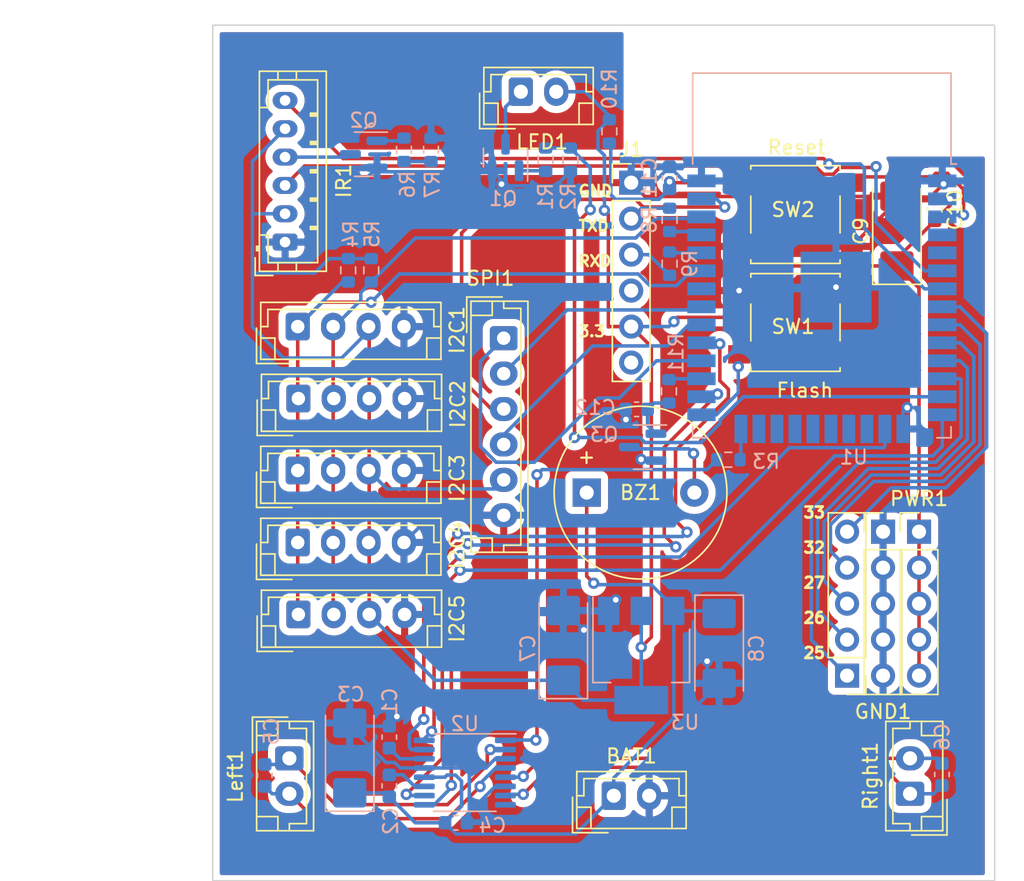
<source format=kicad_pcb>
(kicad_pcb (version 20221018) (generator pcbnew)
  (layers (0 "F.Cu" signal) (31 "B.Cu" signal) (34 "B.Paste" user) (35 "F.Paste" user) (36 "B.SilkS" user "B.Silkscreen") (37 "F.SilkS" user "F.Silkscreen") (38 "B.Mask" user) (39 "F.Mask" user) (44 "Edge.Cuts" user))
  (net 0 "")
  (net 1 "+BATT")
  (net 2 "GND")
  (net 3 "Net-(U2-VINT)")
  (net 4 "Net-(U2-VCP)")
  (net 5 "Net-(Left1-Pin_1)")
  (net 6 "Net-(Left1-Pin_2)")
  (net 7 "Net-(Right1-Pin_1)")
  (net 8 "Net-(Right1-Pin_2)")
  (net 9 "+3.3V")
  (net 10 "/A4{slash}SL")
  (net 11 "/A8{slash}SR")
  (net 12 "/SDA")
  (net 13 "/SCL")
  (net 14 "/CS")
  (net 15 "/MISO")
  (net 16 "/MOSI")
  (net 17 "/CLK")
  (net 18 "/IO25")
  (net 19 "/IO26")
  (net 20 "/IO27")
  (net 21 "/IO32")
  (net 22 "/IO33")
  (net 23 "Net-(Q1-G)")
  (net 24 "Net-(Q2-G)")
  (net 25 "/HEADLED")
  (net 26 "Net-(U1-IO2)")
  (net 27 "/M_sleep")
  (net 28 "/IRLED")
  (net 31 "/BIN1")
  (net 32 "/BIN2")
  (net 40 "/AIN1")
  (net 41 "/AIN2")
  (net 44 "Net-(U1-EN)")
  (net 45 "/IRLED-{slash}A5")
  (net 46 "Net-(LED1-Pin_1)")
  (net 47 "Net-(J1-Pin_2)")
  (net 48 "/TXD")
  (net 49 "Net-(J1-Pin_3)")
  (net 50 "/RXD")
  (net 51 "Net-(U1-IO0)")
  (net 52 "/5V")
  (net 53 "/DTR")
  (net 54 "Net-(BZ1-+)")
  (net 55 "Net-(Q3-B)")
  (net 56 "/BUZZ")
  (footprint "Buzzer_Beeper:Buzzer_12x9.5RM7.6" (layer "F.Cu") (at 126.4 93)
    (fp_text reference "BZ1")
    (fp_text value "Buzzer")
  )
  (footprint "Connector_JST:JST_EH_B6B-EH-A_1x06_P2.50mm_Vertical" (layer "F.Cu") (at 120.54 82.1 -90)
    (fp_text reference "SPI1")
    (fp_text value "Conn_01x06_Male")
  )
  (footprint "Connector_PinHeader_2.54mm:PinHeader_1x05_P2.54mm_Vertical" (layer "F.Cu") (at 149.86 95.76)
    (fp_text reference "PWR1")
    (fp_text value "Conn_01x05_Male")
  )
  (footprint "Connector_JST:JST_EH_B2B-EH-A_1x02_P2.50mm_Vertical" (layer "F.Cu") (at 121.75 64.7)
    (fp_text reference "LED1")
    (fp_text value "Conn_01x02_Male")
  )
  (footprint "Connector_JST:JST_EH_B4B-EH-A_1x04_P2.50mm_Vertical" (layer "F.Cu") (at 106 91.44)
    (fp_text reference "I2C3")
    (fp_text value "Conn_01x04_Male")
  )
  (footprint "Capacitor_SMD:C_0603_1608Metric" (layer "F.Cu") (at 150.9678 73.0375 -90)
    (fp_text reference "C10")
    (fp_text value "100n")
  )
  (footprint "Connector_JST:JST_EH_B2B-EH-A_1x02_P2.50mm_Vertical" (layer "F.Cu") (at 149.225 114.26 90)
    (fp_text reference "Right1")
    (fp_text value "Conn_01x02_Male")
  )
  (footprint "Connector_JST:JST_EH_B4B-EH-A_1x04_P2.50mm_Vertical" (layer "F.Cu") (at 106 81.28)
    (fp_text reference "I2C1")
    (fp_text value "Conn_01x04_Male")
  )
  (footprint "Connector_PinHeader_2.54mm:PinHeader_1x05_P2.54mm_Vertical" (layer "F.Cu") (at 144.78 105.92 180)
    (fp_text reference "GPIO1" hide)
    (fp_text value "Conn_01x05_Male")
  )
  (footprint "Connector_JST:JST_EH_B4B-EH-A_1x04_P2.50mm_Vertical" (layer "F.Cu") (at 106.045 101.6)
    (fp_text reference "I2C5")
    (fp_text value "Conn_01x04_Male")
  )
  (footprint "Connector_JST:JST_EH_B4B-EH-A_1x04_P2.50mm_Vertical" (layer "F.Cu") (at 106 96.52)
    (fp_text reference "I2C4")
    (fp_text value "Conn_01x04_Male")
  )
  (footprint "Capacitor_Tantalum_SMD:CP_EIA-6032-28_Kemet-C" (layer "F.Cu") (at 148.3 74.5375 90)
    (fp_text reference "C9")
    (fp_text value "10+uF")
  )
  (footprint "Connector_PinHeader_2.54mm:PinHeader_1x05_P2.54mm_Vertical" (layer "F.Cu") (at 147.32 95.76)
    (fp_text reference "GND1")
    (fp_text value "Conn_01x05_Male")
  )
  (footprint "Connector_JST:JST_PH_B6B-PH-K_1x06_P2.00mm_Vertical" (layer "F.Cu") (at 105.105 75.315 90)
    (fp_text reference "IR1")
    (fp_text value "Conn_01x06_Male")
  )
  (footprint "Button_Switch_SMD:SW_SPST_B3S-1000" (layer "F.Cu") (at 141.135 80.99 180)
    (fp_text reference "SW1")
    (fp_text value "Flash")
  )
  (footprint "Connector_PinHeader_2.54mm:PinHeader_1x06_P2.54mm_Vertical" (layer "F.Cu") (at 129.54 71.12)
    (fp_text reference "J1")
    (fp_text value "Conn_01x06")
  )
  (footprint "Connector_JST:JST_EH_B2B-EH-A_1x02_P2.50mm_Vertical" (layer "F.Cu") (at 105.41 111.76 -90)
    (fp_text reference "Left1")
    (fp_text value "Conn_01x02_Male")
  )
  (footprint "Button_Switch_SMD:SW_SPST_B3S-1000" (layer "F.Cu") (at 141.135 73.37)
    (fp_text reference "SW2")
    (fp_text value "RESET")
  )
  (footprint "Connector_JST:JST_EH_B4B-EH-A_1x04_P2.50mm_Vertical" (layer "F.Cu") (at 106.045 86.36)
    (fp_text reference "I2C2")
    (fp_text value "Conn_01x04_Male")
  )
  (footprint "Connector_JST:JST_EH_B2B-EH-A_1x02_P2.50mm_Vertical" (layer "F.Cu") (at 128.31 114.4)
    (fp_text reference "BAT1")
    (fp_text value "Battery")
  )
  (footprint "Capacitor_SMD:C_0603_1608Metric" (layer "B.Cu") (at 112.4643 110.2608 90)
    (fp_text reference "C1")
    (fp_text value "2.2uF")
  )
  (footprint "Resistor_SMD:R_0603_1608Metric" (layer "B.Cu") (at 132.25 76.835 90)
    (fp_text reference "R9")
    (fp_text value "470R")
  )
  (footprint "Package_SO:TSSOP-16_4.4x5mm_P0.65mm" (layer "B.Cu") (at 117.7975 112.765 180)
    (fp_text reference "U2")
    (fp_text value "DRV8833PW")
  )
  (footprint "Resistor_SMD:R_0603_1608Metric" (layer "B.Cu") (at 111.1886 77.309 90)
    (fp_text reference "R5")
    (fp_text value "10k")
  )
  (footprint "Capacitor_SMD:C_0603_1608Metric" (layer "B.Cu") (at 117.1757 116.306 180)
    (fp_text reference "C4")
    (fp_text value "100n")
  )
  (footprint "Resistor_SMD:R_0603_1608Metric" (layer "B.Cu") (at 132.207 85.852 -90)
    (fp_text reference "R11")
    (fp_text value "R")
  )
  (footprint "Capacitor_SMD:C_0603_1608Metric" (layer "B.Cu") (at 103.6759 112.9654 -90)
    (fp_text reference "C5")
    (fp_text value "C")
  )
  (footprint "Resistor_SMD:R_0603_1608Metric" (layer "B.Cu") (at 109.563 77.309 90)
    (fp_text reference "R4")
    (fp_text value "10k")
  )
  (footprint "Resistor_SMD:R_0603_1608Metric" (layer "B.Cu") (at 132.25 73.75 -90)
    (fp_text reference "R8")
    (fp_text value "470R")
  )
  (footprint "Package_TO_SOT_SMD:SOT-23" (layer "B.Cu") (at 130.3505 89.789 180)
    (fp_text reference "Q3")
    (fp_text value "BC817")
  )
  (footprint "Resistor_SMD:R_0603_1608Metric" (layer "B.Cu") (at 136.398 90.678 180)
    (fp_text reference "R3")
    (fp_text value "10k")
  )
  (footprint "Package_TO_SOT_SMD:SOT-223-3_TabPin2" (layer "B.Cu") (at 130.25 104.5 -90)
    (fp_text reference "U3")
    (fp_text value "LD1117S33TR_SOT223")
  )
  (footprint "Capacitor_Tantalum_SMD:CP_EIA-6032-28_Kemet-C" (layer "B.Cu") (at 124.75 103.7875 90)
    (fp_text reference "C7")
    (fp_text value "C_Polarized")
  )
  (footprint "Capacitor_SMD:C_0603_1608Metric" (layer "B.Cu") (at 151.4776 112.8976 90)
    (fp_text reference "C6")
    (fp_text value "C")
  )
  (footprint "Resistor_SMD:R_0603_1608Metric" (layer "B.Cu") (at 128 67.5 -90)
    (fp_text reference "R10")
    (fp_text value "10k")
  )
  (footprint "RF_Module:ESP32-WROOM-32" (layer "B.Cu") (at 143 79.25 180)
    (fp_text reference "U1")
    (fp_text value "ESP32-WROOM-32")
  )
  (footprint "Resistor_SMD:R_0603_1608Metric" (layer "B.Cu") (at 123.5 69.5 90)
    (fp_text reference "R1")
    (fp_text value "330R")
  )
  (footprint "Resistor_SMD:R_0603_1608Metric" (layer "B.Cu") (at 115.405 68.8 90)
    (fp_text reference "R7")
    (fp_text value "10k")
  )
  (footprint "Capacitor_SMD:C_0603_1608Metric" (layer "B.Cu") (at 132.25 70.775 -90)
    (fp_text reference "C11")
    (fp_text value "100n")
  )
  (footprint "Package_TO_SOT_SMD:SOT-23" (layer "B.Cu") (at 120.67 69.3425 90)
    (fp_text reference "Q1")
    (fp_text value "Q_NMOS_GSD")
  )
  (footprint "Capacitor_Tantalum_SMD:CP_EIA-6032-28_Kemet-C" (layer "B.Cu") (at 109.6703 111.734 90)
    (fp_text reference "C3")
    (fp_text value "10+uF")
  )
  (footprint "Resistor_SMD:R_0603_1608Metric" (layer "B.Cu") (at 113.5 68.8 -90)
    (fp_text reference "R6")
    (fp_text value "330R")
  )
  (footprint "Capacitor_SMD:C_0603_1608Metric" (layer "B.Cu") (at 129.921 87.122 180)
    (fp_text reference "C12")
    (fp_text value "C")
  )
  (footprint "Resistor_SMD:R_0603_1608Metric" (layer "B.Cu") (at 125.25 69.5 90)
    (fp_text reference "R2")
    (fp_text value "10k")
  )
  (footprint "Capacitor_Tantalum_SMD:CP_EIA-6032-28_Kemet-C" (layer "B.Cu") (at 135.75 104 -90)
    (fp_text reference "C8")
    (fp_text value "C_Polarized")
  )
  (footprint "Capacitor_SMD:C_0603_1608Metric" (layer "B.Cu") (at 112.4643 113.7 -90)
    (fp_text reference "C2")
    (fp_text value "10nF/16V")
  )
  (footprint "Package_TO_SOT_SMD:SOT-23" (layer "B.Cu") (at 110.6575 69.115 180)
    (fp_text reference "Q2")
    (fp_text value "Q_NMOS_GSD")
  )
  (gr_rect locked (start 100 60) (end 155.2 120.4) (stroke (width 0.1)) (fill none) (layer "Edge.Cuts"))
  (gr_text locked "Flash\n" (at 139.7 86.36) (layer "F.SilkS") (effects (font (size 1 1)) (justify left bottom)))
  (gr_text locked "GND\n\nTXD\n\nRXD\n\n\n\n3.3\n\n\n\n\n\n" (at 125.73 88.265) (layer "F.SilkS") (effects (font (size 0.77 0.77) (thickness 0.175) bold) (justify left bottom)))
  (gr_text locked "33\n\n32\n\n27\n\n26\n\n25" (at 141.605 104.775) (layer "F.SilkS") (effects (font (size 0.77 0.77) (thickness 0.1925) bold) (justify left bottom)))
  (gr_text locked "Reset" (at 139.065 69.215) (layer "F.SilkS") (effects (font (size 1 1)) (justify left bottom)))
  (segment (start 126.4 93) (end 126.4 98.900842) (width 0.25) (layer "F.Cu") (net 1))
  (segment (start 126.4 98.900842) (end 126.893506 99.394348) (width 0.25) (layer "F.Cu") (net 1))
  (via (at 126.893506 99.394348) (size 0.8) (drill 0.4) (layers "F.Cu" "B.Cu") (net 1))
  (segment (start 128.31 113.14) (end 128.31 114.4) (width 0.25) (layer "B.Cu") (net 1))
  (segment (start 117.5645 113.364902) (end 117.140098 112.9405) (width 0.25) (layer "B.Cu") (net 1))
  (segment (start 132.55 101.35) (end 132.55 108.9) (width 0.25) (layer "B.Cu") (net 1))
  (segment (start 132.55 101.1) (end 130.95 99.5) (width 0.25) (layer "B.Cu") (net 1))
  (segment (start 109.6703 114.1965) (end 112.1858 114.1965) (width 0.25) (layer "B.Cu") (net 1))
  (segment (start 126.999158 99.5) (end 126.893506 99.394348) (width 0.25) (layer "B.Cu") (net 1))
  (segment (start 112.1858 114.1965) (end 112.4643 114.475) (width 0.25) (layer "B.Cu") (net 1))
  (segment (start 116.539902 112.9405) (end 116.390402 113.09) (width 0.25) (layer "B.Cu") (net 1))
  (segment (start 130.95 99.5) (end 126.999158 99.5) (width 0.25) (layer "B.Cu") (net 1))
  (segment (start 116.390402 113.09) (end 114.935 113.09) (width 0.25) (layer "B.Cu") (net 1))
  (segment (start 132.55 108.9) (end 128.31 113.14) (width 0.25) (layer "B.Cu") (net 1))
  (segment (start 117.2007 117.106) (end 125.604 117.106) (width 0.25) (layer "B.Cu") (net 1))
  (segment (start 116.4007 116.306) (end 114.2953 116.306) (width 0.25) (layer "B.Cu") (net 1))
  (segment (start 117.5645 115.1422) (end 117.5645 113.364902) (width 0.25) (layer "B.Cu") (net 1))
  (segment (start 117.140098 112.9405) (end 116.539902 112.9405) (width 0.25) (layer "B.Cu") (net 1))
  (segment (start 125.604 117.106) (end 128.31 114.4) (width 0.25) (layer "B.Cu") (net 1))
  (segment (start 116.4007 116.306) (end 117.2007 117.106) (width 0.25) (layer "B.Cu") (net 1))
  (segment (start 116.4007 116.306) (end 117.5645 115.1422) (width 0.25) (layer "B.Cu") (net 1))
  (segment (start 135.5625 101.35) (end 135.75 101.5375) (width 0.25) (layer "B.Cu") (net 1))
  (segment (start 132.55 101.35) (end 135.5625 101.35) (width 0.25) (layer "B.Cu") (net 1))
  (segment (start 132.55 101.35) (end 132.55 101.1) (width 0.25) (layer "B.Cu") (net 1))
  (segment (start 114.2953 116.306) (end 112.4643 114.475) (width 0.25) (layer "B.Cu") (net 1))
  (segment (start 120.385651 71.2245) (end 120.66065 70.949501) (width 0.25) (layer "F.Cu") (net 2))
  (segment (start 150.9678 72.2625) (end 150.9678 71.831236) (width 0.25) (layer "F.Cu") (net 2))
  (segment (start 130.232657 98.78732) (end 130.232657 90.657421) (width 0.25) (layer "F.Cu") (net 2))
  (segment (start 148.28 72.095) (end 130.515 72.095) (width 0.25) (layer "F.Cu") (net 2))
  (segment (start 130.515 72.095) (end 129.54 71.12) (width 0.25) (layer "F.Cu") (net 2))
  (segment (start 126.02907 71.12) (end 125.92457 71.2245) (width 0.25) (layer "F.Cu") (net 2))
  (segment (start 148.4675 72.2625) (end 150.9678 72.2625) (width 0.25) (layer "F.Cu") (net 2))
  (segment (start 113.545 101.6) (end 113.545 108.255) (width 0.25) (layer "F.Cu") (net 2))
  (segment (start 113.5 81.28) (end 113.5 78.110151) (width 0.25) (layer "F.Cu") (net 2))
  (segment (start 130.232657 90.657421) (end 130.238153 90.651925) (width 0.25) (layer "F.Cu") (net 2))
  (segment (start 129.17 87.84) (end 130.238153 88.908153) (width 0.25) (layer "F.Cu") (net 2))
  (segment (start 137.16 75.62) (end 145.11 75.62) (width 0.25) (layer "F.Cu") (net 2))
  (segment (start 129.54 71.12) (end 126.02907 71.12) (width 0.25) (layer "F.Cu") (net 2))
  (segment (start 148.3 72.075) (end 148.3 72.43) (width 0.25) (layer "F.Cu") (net 2))
  (segment (start 147.32 95.76) (end 147.32 91.3745) (width 0.25) (layer "F.Cu") (net 2))
  (segment (start 126.2 102.7) (end 128.4 104.9) (width 0.25) (layer "F.Cu") (net 2))
  (segment (start 149.0245 87) (end 149.0245 80.2945) (width 0.25) (layer "F.Cu") (net 2))
  (segment (start 128.4 104.9) (end 134.9 104.9) (width 0.25) (layer "F.Cu") (net 2))
  (segment (start 149.0245 89.67) (end 149.0245 87) (width 0.25) (layer "F.Cu") (net 2))
  (segment (start 147.32 95.76) (end 147.32 105.92) (width 0.25) (layer "F.Cu") (net 2))
  (segment (start 128.4495 100.570477) (end 130.232657 98.78732) (width 0.25) (layer "F.Cu") (net 2))
  (segment (start 125.286189 70.949501) (end 125.561188 71.2245) (width 0.25) (layer "F.Cu") (net 2))
  (segment (start 148.3 72.075) (end 148.28 72.095) (width 0.25) (layer "F.Cu") (net 2))
  (segment (start 113.5 81.28) (end 113.5 101.555) (width 0.25) (layer "F.Cu") (net 2))
  (segment (start 148.3 72.43) (end 145.11 75.62) (width 0.25) (layer "F.Cu") (net 2))
  (segment (start 113.5 101.555) (end 113.545 101.6) (width 0.25) (layer "F.Cu") (net 2))
  (segment (start 147.47 78.74) (end 145.11 78.74) (width 0.25) (layer "F.Cu") (net 2))
  (segment (start 147.32 91.3745) (end 149.0245 89.67) (width 0.25) (layer "F.Cu") (net 2))
  (segment (start 130.238153 88.908153) (end 130.238153 90.651925) (width 0.25) (layer "F.Cu") (net 2))
  (segment (start 137.16 78.74) (end 137.16 75.62) (width 0.25) (layer "F.Cu") (net 2))
  (segment (start 120.66065 70.949501) (end 125.286189 70.949501) (width 0.25) (layer "F.Cu") (net 2))
  (segment (start 149.0245 80.2945) (end 147.47 78.74) (width 0.25) (layer "F.Cu") (net 2))
  (segment (start 113.5 78.110151) (end 120.385651 71.2245) (width 0.25) (layer "F.Cu") (net 2))
  (segment (start 150.9678 71.831236) (end 151.587572 71.211464) (width 0.25) (layer "F.Cu") (net 2))
  (segment (start 113.545 108.255) (end 113 108.8) (width 0.25) (layer "F.Cu") (net 2))
  (segment (start 125.561188 71.2245) (end 125.92457 71.2245) (width 0.25) (layer "F.Cu") (net 2))
  (via (at 130.238153 90.651925) (size 0.8) (drill 0.4) (layers "F.Cu" "B.Cu") (net 2))
  (via (at 128.4495 100.570477) (size 0.8) (drill 0.4) (layers "F.Cu" "B.Cu") (net 2))
  (via (at 129.17 87.84) (size 0.8) (drill 0.4) (layers "F.Cu" "B.Cu") (net 2))
  (via (at 149.0245 87) (size 0.8) (drill 0.4) (layers "F.Cu" "B.Cu") (net 2))
  (via (at 144 78.495) (size 0.8) (drill 0.4) (layers "F.Cu" "B.Cu") (net 2))
  (via (at 120.385651 71.2245) (size 0.8) (drill 0.4) (layers "F.Cu" "B.Cu") (net 2))
  (via (at 151.587572 71.211464) (size 0.8) (drill 0.4) (layers "F.Cu" "B.Cu") (net 2))
  (via (at 126.2 102.7) (size 0.8) (drill 0.4) (layers "F.Cu" "B.Cu") (net 2))
  (via (at 134.9 104.9) (size 0.8) (drill 0.4) (layers "F.Cu" "B.Cu") (net 2))
  (via (at 113 108.8) (size 0.8) (drill 0.4) (layers "F.Cu" "B.Cu") (net 2))
  (via (at 137.16 78.74) (size 0.8) (drill 0.4) (layers "F.Cu" "B.Cu") (net 2))
  (segment (start 127.95 101.35) (end 124.775 101.35) (width 0.25) (layer "B.Cu") (net 2))
  (segment (start 119.28681 112.44) (end 119.93681 111.79) (width 0.25) (layer "B.Cu") (net 2))
  (segment (start 120.385651 70.945651) (end 120.385651 71.2245) (width 0.25) (layer "B.Cu") (net 2))
  (segment (start 111.595 70.065) (end 106.345 75.315) (width 0.25) (layer "B.Cu") (net 2))
  (segment (start 117.9507 116.306) (end 118.11 116.1467) (width 0.25) (layer "B.Cu") (net 2))
  (segment (start 130.81 111.4025) (end 135.75 106.4625) (width 0.25) (layer "B.Cu") (net 2))
  (segment (start 119.93681 111.79) (end 120.66 111.79) (width 0.25) (layer "B.Cu") (net 2))
  (segment (start 117.9507 116.306) (end 117.9507 115.7293) (width 0.25) (layer "B.Cu") (net 2))
  (segment (start 113.232117 112.44) (end 112.846059 112.053941) (width 0.25) (layer "B.Cu") (net 2))
  (segment (start 120.54 94.6) (end 115.42 94.6) (width 0.25) (layer "B.Cu") (net 2))
  (segment (start 148.715 88.505) (end 148.715 87.3095) (width 0.25) (layer "B.Cu") (net 2))
  (segment (start 132.25 70) (end 131.13 71.12) (width 0.25) (layer "B.Cu") (net 2))
  (segment (start 113.5 96.52) (end 115.42 94.6) (width 0.25) (layer "B.Cu") (net 2))
  (segment (start 127.95 101.069977) (end 128.4495 100.570477) (width 0.25) (layer "B.Cu") (net 2))
  (segment (start 117.415 67.975) (end 119.72 70.28) (width 0.25) (layer "B.Cu") (net 2))
  (segment (start 113 108.8) (end 113 108.9501) (width 0.25) (layer "B.Cu") (net 2))
  (segment (start 113 108.9501) (end 112.4643 109.4858) (width 0.25) (layer "B.Cu") (net 2))
  (segment (start 124.475 101.6) (end 113.545 101.6) (width 0.25) (layer "B.Cu") (net 2))
  (segment (start 132.25 70) (end 133.245 70.995) (width 0.25) (layer "B.Cu") (net 2))
  (segment (start 120.66 113.74) (end 119.971459 113.74) (width 0.25) (layer "B.Cu") (net 2))
  (segment (start 129.17 87.146) (end 129.146 87.122) (width 0.25) (layer "B.Cu") (net 2))
  (segment (start 112.229625 112.053941) (end 109.6703 109.494617) (width 0.25) (layer "B.Cu") (net 2))
  (segment (start 109.6703 109.2715) (end 109.8846 109.4858) (width 0.25) (layer "B.Cu") (net 2))
  (segment (start 119.72 70.28) (end 120.385651 70.945651) (width 0.25) (layer "B.Cu") (net 2))
  (segment (start 112.846059 112.053941) (end 112.229625 112.053941) (width 0.25) (layer "B.Cu") (net 2))
  (segment (start 120.503651 71.3425) (end 120.385651 71.2245) (width 0.25) (layer "B.Cu") (net 2))
  (segment (start 124.825 101.325) (end 126.2 102.7) (width 0.25) (layer "B.Cu") (net 2))
  (segment (start 134.9 105.6125) (end 135.75 106.4625) (width 0.25) (layer "B.Cu") (net 2))
  (segment (start 124.2325 71.3425) (end 120.503651 71.3425) (width 0.25) (layer "B.Cu") (net 2))
  (segment (start 109.8846 109.4858) (end 112.4643 109.4858) (width 0.25) (layer "B.Cu") (net 2))
  (segment (start 125.25 70.325) (end 124.2325 71.3425) (width 0.25) (layer "B.Cu") (net 2))
  (segment (start 114.935 112.44) (end 113.232117 112.44) (width 0.25) (layer "B.Cu") (net 2))
  (segment (start 106.345 75.315) (end 105.105 75.315) (width 0.25) (layer "B.Cu") (net 2))
  (segment (start 134.9 104.9) (end 134.9 105.6125) (width 0.25) (layer "B.Cu") (net 2))
  (segment (start 124.75 101.325) (end 124.475 101.6) (width 0.25) (layer "B.Cu") (net 2))
  (segment (start 119.65 70.35) (end 111.88 70.35) (width 0.25) (layer "B.Cu") (net 2))
  (segment (start 111.88 70.35) (end 111.595 70.065) (width 0.25) (layer "B.Cu") (net 2))
  (segment (start 148.715 87.3095) (end 149.0245 87) (width 0.25) (layer "B.Cu") (net 2))
  (segment (start 130.81 114.4) (end 130.81 111.4025) (width 0.25) (layer "B.Cu") (net 2))
  (segment (start 133.245 70.995) (end 134.5 70.995) (width 0.25) (layer "B.Cu") (net 2))
  (segment (start 129.17 87.84) (end 129.17 87.146) (width 0.25) (layer "B.Cu") (net 2))
  (segment (start 127.95 101.35) (end 127.95 101.069977) (width 0.25) (layer "B.Cu") (net 2))
  (segment (start 117.9507 115.7293) (end 119.94 113.74) (width 0.25) (layer "B.Cu") (net 2))
  (segment (start 131.200925 90.651925) (end 130.238153 90.651925) (width 0.25) (layer "B.Cu") (net 2))
  (segment (start 137.16 78.74) (end 143.755 78.74) (width 0.25) (layer "B.Cu") (net 2))
  (segment (start 119.94 113.74) (end 120.66 113.74) (width 0.25) (layer "B.Cu") (net 2))
  (segment (start 115.405 67.975) (end 117.415 67.975) (width 0.25) (layer "B.Cu") (net 2))
  (segment (start 124.75 101.325) (end 124.825 101.325) (width 0.25) (layer "B.Cu") (net 2))
  (segment (start 131.288 90.739) (end 131.200925 90.651925) (width 0.25) (layer "B.Cu") (net 2))
  (segment (start 118.11 116.1467) (end 118.11 112.44) (width 0.25) (layer "B.Cu") (net 2))
  (segment (start 124.775 101.35) (end 124.75 101.325) (width 0.25) (layer "B.Cu") (net 2))
  (segment (start 119.72 70.28) (end 119.65 70.35) (width 0.25) (layer "B.Cu") (net 2))
  (segment (start 118.11 112.44) (end 119.28681 112.44) (width 0.25) (layer "B.Cu") (net 2))
  (segment (start 131.13 71.12) (end 129.54 71.12) (width 0.25) (layer "B.Cu") (net 2))
  (segment (start 114.935 112.44) (end 118.11 112.44) (width 0.25) (layer "B.Cu") (net 2))
  (segment (start 109.6703 109.494617) (end 109.6703 109.2715) (width 0.25) (layer "B.Cu") (net 2))
  (segment (start 143.755 78.74) (end 144 78.495) (width 0.25) (layer "B.Cu") (net 2))
  (segment (start 114.935 111.79) (end 113.2185 111.79) (width 0.25) (layer "B.Cu") (net 3))
  (segment (start 113.2185 111.79) (end 112.4643 111.0358) (width 0.25) (layer "B.Cu") (net 3))
  (segment (start 112.4643 112.925) (end 113.431459 112.925) (width 0.25) (layer "B.Cu") (net 4))
  (segment (start 114.246459 113.74) (end 114.935 113.74) (width 0.25) (layer "B.Cu") (net 4))
  (segment (start 113.431459 112.925) (end 114.246459 113.74) (width 0.25) (layer "B.Cu") (net 4))
  (segment (start 105.41 111.76) (end 108.6745 115.0245) (width 0.25) (layer "F.Cu") (net 5))
  (segment (start 119.38 111.350296) (end 119.590296 111.14) (width 0.25) (layer "F.Cu") (net 5))
  (segment (start 116.572098 115.0245) (end 119.38 112.216598) (width 0.25) (layer "F.Cu") (net 5))
  (segment (start 108.6745 115.0245) (end 116.572098 115.0245) (width 0.25) (layer "F.Cu") (net 5))
  (segment (start 119.38 112.216598) (end 119.38 111.350296) (width 0.25) (layer "F.Cu") (net 5))
  (via (at 119.590296 111.14) (size 0.8) (drill 0.4) (layers "F.Cu" "B.Cu") (net 5))
  (segment (start 103.6759 112.1904) (end 104.9796 112.1904) (width 0.25) (layer "B.Cu") (net 5))
  (segment (start 104.9796 112.1904) (end 105.41 111.76) (width 0.25) (layer "B.Cu") (net 5))
  (segment (start 119.590296 111.14) (end 120.66 111.14) (width 0.25) (layer "B.Cu") (net 5))
  (segment (start 107.169501 116.019501) (end 116.601695 116.019501) (width 0.25) (layer "F.Cu") (net 6))
  (segment (start 116.601695 116.019501) (end 118.873067 113.748129) (width 0.25) (layer "F.Cu") (net 6))
  (segment (start 105.41 114.26) (end 107.169501 116.019501) (width 0.25) (layer "F.Cu") (net 6))
  (via (at 118.873067 113.748129) (size 0.8) (drill 0.4) (layers "F.Cu" "B.Cu") (net 6))
  (segment (start 105.41 114.26) (end 104.1955 114.26) (width 0.25) (layer "B.Cu") (net 6))
  (segment (start 104.1955 114.26) (end 103.6759 113.7404) (width 0.25) (layer "B.Cu") (net 6))
  (segment (start 118.873067 113.538392) (end 118.873067 113.748129) (width 0.25) (layer "B.Cu") (net 6))
  (segment (start 120.66 112.44) (end 119.971459 112.44) (width 0.25) (layer "B.Cu") (net 6))
  (segment (start 119.971459 112.44) (end 118.873067 113.538392) (width 0.25) (layer "B.Cu") (net 6))
  (segment (start 123.825 112.395) (end 121.92 114.3) (width 0.25) (layer "F.Cu") (net 7))
  (segment (start 149.185 114.26) (end 147.32 112.395) (width 0.25) (layer "F.Cu") (net 7))
  (segment (start 147.32 112.395) (end 123.825 112.395) (width 0.25) (layer "F.Cu") (net 7))
  (segment (start 149.225 114.26) (end 149.185 114.26) (width 0.25) (layer "F.Cu") (net 7))
  (via (at 121.92 114.3) (size 0.8) (drill 0.4) (layers "F.Cu" "B.Cu") (net 7))
  (segment (start 121.92 114.3) (end 120.75 114.3) (width 0.25) (layer "B.Cu") (net 7))
  (segment (start 120.75 114.3) (end 120.66 114.39) (width 0.25) (layer "B.Cu") (net 7))
  (segment (start 150.8902 114.26) (end 151.4776 113.6726) (width 0.25) (layer "B.Cu") (net 7))
  (segment (start 149.225 114.26) (end 150.8902 114.26) (width 0.25) (layer "B.Cu") (net 7))
  (segment (start 123.19 111.76) (end 149.225 111.76) (width 0.25) (layer "F.Cu") (net 8))
  (segment (start 121.92 113.03) (end 123.19 111.76) (width 0.25) (layer "F.Cu") (net 8))
  (via (at 121.92 113.03) (size 0.8) (drill 0.4) (layers "F.Cu" "B.Cu") (net 8))
  (segment (start 149.225 111.76) (end 151.115 111.76) (width 0.25) (layer "B.Cu") (net 8))
  (segment (start 120.66 113.09) (end 121.86 113.09) (width 0.25) (layer "B.Cu") (net 8))
  (segment (start 121.86 113.09) (end 121.92 113.03) (width 0.25) (layer "B.Cu") (net 8))
  (segment (start 151.115 111.76) (end 151.4776 112.1226) (width 0.25) (layer "B.Cu") (net 8))
  (segment (start 150.9678 73.8125) (end 148.3 76.4803) (width 0.25) (layer "F.Cu") (net 9))
  (segment (start 130.962653 82.702653) (end 129.54 81.28) (width 0.25) (layer "F.Cu") (net 9))
  (segment (start 127.93 73.35) (end 127.65 73.07) (width 0.25) (layer "F.Cu") (net 9))
  (segment (start 111.045 81.325) (end 111 81.28) (width 0.25) (layer "F.Cu") (net 9))
  (segment (start 140.975 77) (end 137.345 80.63) (width 0.25) (layer "F.Cu") (net 9))
  (segment (start 149.86 95.76) (end 149.86 105.92) (width 0.25) (layer "F.Cu") (net 9))
  (segment (start 137.345 80.63) (end 132.81 80.63) (width 0.25) (layer "F.Cu") (net 9))
  (segment (start 130.962653 103.197347) (end 130.962653 82.702653) (width 0.25) (layer "F.Cu") (net 9))
  (segment (start 132.56 80.88) (end 132.56 80.93) (width 0.25) (layer "F.Cu") (net 9))
  (segment (start 152.0423 72.738) (end 152.0423 72.265) (width 0.25) (layer "F.Cu") (net 9))
  (segment (start 127.95 81.28) (end 127.93 81.3) (width 0.25) (layer "F.Cu") (net 9))
  (segment (start 148.3 76.4803) (end 148.3 77) (width 0.25) (layer "F.Cu") (net 9))
  (segment (start 130.25 103.91) (end 130.962653 103.197347) (width 0.25) (layer "F.Cu") (net 9))
  (segment (start 148.3 77) (end 140.975 77) (width 0.25) (layer "F.Cu") (net 9))
  (segment (start 127.93 81.3) (end 127.93 73.35) (width 0.25) (layer "F.Cu") (net 9))
  (segment (start 111.045 101.6) (end 111.045 81.325) (width 0.25) (layer "F.Cu") (net 9))
  (segment (start 149.86 78.56) (end 148.3 77) (width 0.25) (layer "F.Cu") (net 9))
  (segment (start 150.9678 73.8125) (end 152.0423 72.738) (width 0.25) (layer "F.Cu") (net 9))
  (segment (start 132.81 80.63) (end 132.56 80.88) (width 0.25) (layer "F.Cu") (net 9))
  (segment (start 149.86 95.76) (end 149.86 78.56) (width 0.25) (layer "F.Cu") (net 9))
  (segment (start 129.54 81.28) (end 127.95 81.28) (width 0.25) (layer "F.Cu") (net 9))
  (via (at 152.0423 72.265) (size 0.8) (drill 0.4) (layers "F.Cu" "B.Cu") (net 9))
  (via (at 127.65 73.07) (size 0.8) (drill 0.4) (layers "F.Cu" "B.Cu") (net 9))
  (via (at 130.25 103.91) (size 0.8) (drill 0.4) (layers "F.Cu" "B.Cu") (net 9))
  (via (at 132.56 80.93) (size 0.8) (drill 0.4) (layers "F.Cu" "B.Cu") (net 9))
  (segment (start 120.54 92.1) (end 119.9 92.74) (width 0.25) (layer "B.Cu") (net 9))
  (segment (start 124.75 106.25) (end 115.695 106.25) (width 0.25) (layer "B.Cu") (net 9))
  (segment (start 105 83.5) (end 102.8 81.3) (width 0.25) (layer "B.Cu") (net 9))
  (segment (start 127.65 69.192462) (end 127.2 68.742462) (width 0.25) (layer "B.Cu") (net 9))
  (segment (start 126.295 64.7) (end 128.27 66.675) (width 0.25) (layer "B.Cu") (net 9))
  (segment (start 127.65 73.07) (end 127.65 69.192462) (width 0.25) (layer "B.Cu") (net 9))
  (segment (start 112.3 92.74) (end 111 91.44) (width 0.25) (layer "B.Cu") (net 9))
  (segment (start 102.9 77.5) (end 102.8 77.4) (width 0.25) (layer "B.Cu") (net 9))
  (segment (start 127.2 68.742462) (end 127.2 67.475) (width 0.25) (layer "B.Cu") (net 9))
  (segment (start 105.105 67.315) (end 102.8 69.62) (width 0.25) (layer "B.Cu") (net 9))
  (segment (start 109.563 76.484) (end 108.216 76.484) (width 0.25) (layer "B.Cu") (net 9))
  (segment (start 102.8 69.62) (end 102.8 73.37) (width 0.25) (layer "B.Cu") (net 9))
  (segment (start 105.105 73.315) (end 102.855 73.315) (width 0.25) (layer "B.Cu") (net 9))
  (segment (start 130.25 103.91) (end 130.25 107.65) (width 0.25) (layer "B.Cu") (net 9))
  (segment (start 109.1 83.5) (end 105 83.5) (width 0.25) (layer "B.Cu") (net 9))
  (segment (start 127.2 67.475) (end 128 66.675) (width 0.25) (layer "B.Cu") (net 9))
  (segment (start 102.855 73.315) (end 102.8 73.37) (width 0.25) (layer "B.Cu") (net 9))
  (segment (start 111.1886 76.484) (end 109.563 76.484) (width 0.25) (layer "B.Cu") (net 9))
  (segment (start 102.8 81.3) (end 102.8 77.4) (width 0.25) (layer "B.Cu") (net 9))
  (segment (start 119.9 92.74) (end 112.3 92.74) (width 0.25) (layer "B.Cu") (net 9))
  (segment (start 108.216 76.484) (end 107.2 77.5) (width 0.25) (layer "B.Cu") (net 9))
  (segment (start 130.25 101.35) (end 130.25 103.91) (width 0.25) (layer "B.Cu") (net 9))
  (segment (start 111 81.6) (end 109.1 83.5) (width 0.25) (layer "B.Cu") (net 9))
  (segment (start 111 81.28) (end 111 81.6) (width 0.25) (layer "B.Cu") (net 9))
  (segment (start 126.15 107.65) (end 130.25 107.65) (width 0.25) (layer "B.Cu") (net 9))
  (segment (start 124.25 64.7) (end 126.295 64.7) (width 0.25) (layer "B.Cu") (net 9))
  (segment (start 115.695 106.25) (end 111.045 101.6) (width 0.25) (layer "B.Cu") (net 9))
  (segment (start 102.9 77.5) (end 107.2 77.5) (width 0.25) (layer "B.Cu") (net 9))
  (segment (start 102.8 73.37) (end 102.8 77.4) (width 0.25) (layer "B.Cu") (net 9))
  (segment (start 132.21 81.28) (end 129.54 81.28) (width 0.25) (layer "B.Cu") (net 9))
  (segment (start 132.56 80.93) (end 132.21 81.28) (width 0.25) (layer "B.Cu") (net 9))
  (segment (start 124.75 106.25) (end 126.15 107.65) (width 0.25) (layer "B.Cu") (net 9))
  (segment (start 146.762505 70.049501) (end 146.824006 69.988) (width 0.25) (layer "F.Cu") (net 10))
  (segment (start 143.099902 70.5245) (end 143.800098 70.5245) (width 0.25) (layer "F.Cu") (net 10))
  (segment (start 106.475 69.945) (end 142.520402 69.945) (width 0.25) (layer "F.Cu") (net 10))
  (segment (start 105.105 71.315) (end 106.475 69.945) (width 0.25) (layer "F.Cu") (net 10))
  (segment (start 143.800098 70.5245) (end 144.275097 70.049501) (width 0.25) (layer "F.Cu") (net 10))
  (segment (start 144.275097 70.049501) (end 146.762505 70.049501) (width 0.25) (layer "F.Cu") (net 10))
  (segment (start 142.520402 69.945) (end 143.099902 70.5245) (width 0.25) (layer "F.Cu") (net 10))
  (via (at 146.824006 69.988) (size 0.8) (drill 0.4) (layers "F.Cu" "B.Cu") (net 10))
  (segment (start 151.5 77.345) (end 150.25 77.345) (width 0.25) (layer "B.Cu") (net 10))
  (segment (start 150.25 77.345) (end 146.824006 73.919006) (width 0.25) (layer "B.Cu") (net 10))
  (segment (start 146.824006 73.919006) (end 146.824006 69.988) (width 0.25) (layer "B.Cu") (net 10))
  (segment (start 109.208566 69.418566) (end 143.118566 69.418566) (width 0.25) (layer "F.Cu") (net 11))
  (segment (start 143.118566 69.418566) (end 143.5 69.8) (width 0.25) (layer "F.Cu") (net 11))
  (segment (start 105.105 65.315) (end 109.208566 69.418566) (width 0.25) (layer "F.Cu") (net 11))
  (via (at 143.5 69.8) (size 0.8) (drill 0.4) (layers "F.Cu" "B.Cu") (net 11))
  (segment (start 151.5 78.615) (end 150.25 78.615) (width 0.25) (layer "B.Cu") (net 11))
  (segment (start 145.7 69.8) (end 146 70.1) (width 0.25) (layer "B.Cu") (net 11))
  (segment (start 146 70.1) (end 146 74.365) (width 0.25) (layer "B.Cu") (net 11))
  (segment (start 143.5 69.8) (end 145.7 69.8) (width 0.25) (layer "B.Cu") (net 11))
  (segment (start 146 74.365) (end 150.25 78.615) (width 0.25) (layer "B.Cu") (net 11))
  (segment (start 106 81.28) (end 106 101.555) (width 0.25) (layer "F.Cu") (net 12))
  (segment (start 107.72 79.56) (end 106 81.28) (width 0.25) (layer "F.Cu") (net 12))
  (segment (start 106 101.555) (end 106.045 101.6) (width 0.25) (layer "F.Cu") (net 12))
  (segment (start 111.18 79.56) (end 107.72 79.56) (width 0.25) (layer "F.Cu") (net 12))
  (via (at 111.18 79.56) (size 0.8) (drill 0.4) (layers "F.Cu" "B.Cu") (net 12))
  (segment (start 130.035 77.565) (end 113.175 77.565) (width 0.25) (layer "B.Cu") (net 12))
  (segment (start 109.146 78.134) (end 106 81.28) (width 0.25) (layer "B.Cu") (net 12))
  (segment (start 133.782462 77.345) (end 132.742462 78.385) (width 0.25) (layer "B.Cu") (net 12))
  (segment (start 113.175 77.565) (end 111.18 79.56) (width 0.25) (layer "B.Cu") (net 12))
  (segment (start 109.563 78.134) (end 109.146 78.134) (width 0.25) (layer "B.Cu") (net 12))
  (segment (start 134.5 77.345) (end 133.782462 77.345) (width 0.25) (layer "B.Cu") (net 12))
  (segment (start 132.742462 78.385) (end 130.855 78.385) (width 0.25) (layer "B.Cu") (net 12))
  (segment (start 130.855 78.385) (end 130.035 77.565) (width 0.25) (layer "B.Cu") (net 12))
  (segment (start 108.5 101.555) (end 108.545 101.6) (width 0.25) (layer "F.Cu") (net 13))
  (segment (start 108.5 81.28) (end 108.5 101.555) (width 0.25) (layer "F.Cu") (net 13))
  (segment (start 134.385 73.65) (end 131.24 73.65) (width 0.25) (layer "B.Cu") (net 13))
  (segment (start 110.4555 78.8671) (end 111.1886 78.134) (width 0.25) (layer "B.Cu") (net 13))
  (segment (start 129.865 75.025) (end 114.2976 75.025) (width 0.25) (layer "B.Cu") (net 13))
  (segment (start 110.4555 79.4095) (end 110.4555 78.8671) (width 0.25) (layer "B.Cu") (net 13))
  (segment (start 131.24 73.65) (end 129.865 75.025) (width 0.25) (layer "B.Cu") (net 13))
  (segment (start 134.5 73.535) (end 134.385 73.65) (width 0.25) (layer "B.Cu") (net 13))
  (segment (start 114.2976 75.025) (end 111.1886 78.134) (width 0.25) (layer "B.Cu") (net 13))
  (segment (start 108.585 81.28) (end 110.4555 79.4095) (width 0.25) (layer "B.Cu") (net 13))
  (segment (start 120.008299 90.855) (end 118.9 89.746701) (width 0.25) (layer "B.Cu") (net 14))
  (segment (start 128.699701 86.322) (end 127.24 86.322) (width 0.25) (layer "B.Cu") (net 14))
  (segment (start 134.5 83.695) (end 131.326701 83.695) (width 0.25) (layer "B.Cu") (net 14))
  (segment (start 131.326701 83.695) (end 128.699701 86.322) (width 0.25) (layer "B.Cu") (net 14))
  (segment (start 120.008299 90.855) (end 122.707 90.855) (width 0.25) (layer "B.Cu") (net 14))
  (segment (start 122.707 90.855) (end 127.24 86.322) (width 0.25) (layer "B.Cu") (net 14))
  (segment (start 118.9 89.746701) (end 118.9 83.74) (width 0.25) (layer "B.Cu") (net 14))
  (segment (start 118.9 83.74) (end 120.54 82.1) (width 0.25) (layer "B.Cu") (net 14))
  (segment (start 120.54 84.6) (end 120.54 84.575) (width 0.25) (layer "B.Cu") (net 15))
  (segment (start 120.54 84.575) (end 125.01 80.105) (width 0.25) (layer "B.Cu") (net 15))
  (segment (start 125.01 80.105) (end 134.28 80.105) (width 0.25) (layer "B.Cu") (net 15))
  (segment (start 134.28 80.105) (end 134.5 79.885) (width 0.25) (layer "B.Cu") (net 15))
  (segment (start 136.14 72.84) (end 130.381701 72.84) (width 0.25) (layer "F.Cu") (net 16))
  (segment (start 119.67 87.1) (end 117.57 85) (width 0.25) (layer "F.Cu") (net 16))
  (segment (start 119.945841 72.3) (end 117.57 74.675841) (width 0.25) (layer "F.Cu") (net 16))
  (segment (start 117.57 74.675841) (end 117.57 85) (width 0.25) (layer "F.Cu") (net 16))
  (segment (start 129.841701 72.3) (end 119.945841 72.3) (width 0.25) (layer "F.Cu") (net 16))
  (segment (start 120.54 87.1) (end 119.67 87.1) (width 0.25) (layer "F.Cu") (net 16))
  (segment (start 130.381701 72.84) (end 129.841701 72.3) (width 0.25) (layer "F.Cu") (net 16))
  (via (at 136.14 72.84) (size 0.8) (drill 0.4) (layers "F.Cu" "B.Cu") (net 16))
  (segment (start 135.565 72.265) (end 136.14 72.84) (width 0.25) (layer "B.Cu") (net 16))
  (segment (start 134.5 72.265) (end 135.565 72.265) (width 0.25) (layer "B.Cu") (net 16))
  (segment (start 132.105 82.645) (end 133.595 81.155) (width 0.25) (layer "B.Cu") (net 17))
  (segment (start 126.82 82.645) (end 132.105 82.645) (width 0.25) (layer "B.Cu") (net 17))
  (segment (start 133.595 81.155) (end 134.5 81.155) (width 0.25) (layer "B.Cu") (net 17))
  (segment (start 120.54 89.6) (end 120.54 88.925) (width 0.25) (layer "B.Cu") (net 17))
  (segment (start 120.54 88.925) (end 126.82 82.645) (width 0.25) (layer "B.Cu") (net 17))
  (segment (start 151.388567 91.758503) (end 153.724002 89.423068) (width 0.25) (layer "B.Cu") (net 18))
  (segment (start 144.78 100.84) (end 143.155499 99.215499) (width 0.25) (layer "B.Cu") (net 18))
  (segment (start 153.724002 83.399002) (end 152.75 82.425) (width 0.25) (layer "B.Cu") (net 18))
  (segment (start 153.724002 89.423068) (end 153.724002 83.399002) (width 0.25) (layer "B.Cu") (net 18))
  (segment (start 146.477187 91.758503) (end 151.388567 91.758503) (width 0.25) (layer "B.Cu") (net 18))
  (segment (start 143.155499 95.080191) (end 146.477187 91.758503) (width 0.25) (layer "B.Cu") (net 18))
  (segment (start 143.155499 99.215499) (end 143.155499 95.080191) (width 0.25) (layer "B.Cu") (net 18))
  (segment (start 152.75 82.425) (end 151.5 82.425) (width 0.25) (layer "B.Cu") (net 18))
  (segment (start 152.75 83.695) (end 151.5 83.695) (width 0.25) (layer "B.Cu") (net 19))
  (segment (start 151.202378 91.309002) (end 153.274501 89.236879) (width 0.25) (layer "B.Cu") (net 19))
  (segment (start 153.274501 89.236879) (end 153.274501 84.219501) (width 0.25) (layer "B.Cu") (net 19))
  (segment (start 146.290998 91.309002) (end 151.202378 91.309002) (width 0.25) (layer "B.Cu") (net 19))
  (segment (start 142.705998 94.894002) (end 146.290998 91.309002) (width 0.25) (layer "B.Cu") (net 19))
  (segment (start 142.705998 101.305998) (end 142.705998 94.894002) (width 0.25) (layer "B.Cu") (net 19))
  (segment (start 144.78 103.38) (end 142.705998 101.305998) (width 0.25) (layer "B.Cu") (net 19))
  (segment (start 153.274501 84.219501) (end 152.75 83.695) (width 0.25) (layer "B.Cu") (net 19))
  (segment (start 142.256497 103.396497) (end 142.256497 94.243503) (width 0.25) (layer "B.Cu") (net 20))
  (segment (start 144.78 105.92) (end 142.256497 103.396497) (width 0.25) (layer "B.Cu") (net 20))
  (segment (start 145.640499 90.859501) (end 151.016189 90.859501) (width 0.25) (layer "B.Cu") (net 20))
  (segment (start 142.256497 94.243503) (end 145.640499 90.859501) (width 0.25) (layer "B.Cu") (net 20))
  (segment (start 152.825 85.04) (end 152.75 84.965) (width 0.25) (layer "B.Cu") (net 20))
  (segment (start 152.825 89.05069) (end 152.825 85.04) (width 0.25) (layer "B.Cu") (net 20))
  (segment (start 151.016189 90.859501) (end 152.825 89.05069) (width 0.25) (layer "B.Cu") (net 20))
  (segment (start 152.75 84.965) (end 151.5 84.965) (width 0.25) (layer "B.Cu") (net 20))
  (segment (start 147.882495 92.657505) (end 151.760945 92.657505) (width 0.25) (layer "B.Cu") (net 21))
  (segment (start 154.63 81.765) (end 152.75 79.885) (width 0.25) (layer "B.Cu") (net 21))
  (segment (start 154.63 89.78845) (end 154.63 81.765) (width 0.25) (layer "B.Cu") (net 21))
  (segment (start 151.760945 92.657505) (end 154.63 89.78845) (width 0.25) (layer "B.Cu") (net 21))
  (segment (start 152.75 79.885) (end 151.5 79.885) (width 0.25) (layer "B.Cu") (net 21))
  (segment (start 144.78 95.76) (end 147.882495 92.657505) (width 0.25) (layer "B.Cu") (net 21))
  (segment (start 143.605 95.26638) (end 146.663376 92.208004) (width 0.25) (layer "B.Cu") (net 22))
  (segment (start 152.75 81.155) (end 151.5 81.155) (width 0.25) (layer "B.Cu") (net 22))
  (segment (start 154.173503 89.609257) (end 154.173503 82.578503) (width 0.25) (layer "B.Cu") (net 22))
  (segment (start 154.173503 82.578503) (end 152.75 81.155) (width 0.25) (layer "B.Cu") (net 22))
  (segment (start 143.605 97.125) (end 143.605 95.26638) (width 0.25) (layer "B.Cu") (net 22))
  (segment (start 144.78 98.3) (end 143.605 97.125) (width 0.25) (layer "B.Cu") (net 22))
  (segment (start 146.663376 92.208004) (end 151.574756 92.208004) (width 0.25) (layer "B.Cu") (net 22))
  (segment (start 151.574756 92.208004) (end 154.173503 89.609257) (width 0.25) (layer "B.Cu") (net 22))
  (segment (start 121.62 70.28) (end 123.455 70.28) (width 0.25) (layer "B.Cu") (net 23))
  (segment (start 123.455 70.28) (end 123.5 70.325) (width 0.25) (layer "B.Cu") (net 23))
  (segment (start 113.31 68.165) (end 113.5 67.975) (width 0.25) (layer "B.Cu") (net 24))
  (segment (start 111.595 68.165) (end 113.31 68.165) (width 0.25) (layer "B.Cu") (net 24))
  (segment (start 125.54 89.11) (end 125.54 74.139549) (width 0.25) (layer "F.Cu") (net 25))
  (segment (start 125.54 74.139549) (end 126.651372 73.028177) (width 0.25) (layer "F.Cu") (net 25))
  (via (at 125.54 89.11) (size 0.8) (drill 0.4) (layers "F.Cu" "B.Cu") (net 25))
  (via (at 126.651372 73.028177) (size 0.8) (drill 0.4) (layers "F.Cu" "B.Cu") (net 25))
  (segment (start 130.497251 89.464) (end 130.143251 89.11) (width 0.25) (layer "B.Cu") (net 25))
  (segment (start 151.5 86.235) (end 137.455 86.235) (width 0.25) (layer "B.Cu") (net 25))
  (segment (start 137.455 86.235) (end 135.825 87.865) (width 0.25) (layer "B.Cu") (net 25))
  (segment (start 134.456 89.464) (end 130.497251 89.464) (width 0.25) (layer "B.Cu") (net 25))
  (segment (start 135.825 88.095) (end 134.456 89.464) (width 0.25) (layer "B.Cu") (net 25))
  (segment (start 126.651372 70.076372) (end 126.651372 73.028177) (width 0.25) (layer "B.Cu") (net 25))
  (segment (start 135.825 87.865) (end 135.825 88.095) (width 0.25) (layer "B.Cu") (net 25))
  (segment (start 130.143251 89.11) (end 125.54 89.11) (width 0.25) (layer "B.Cu") (net 25))
  (segment (start 125.25 68.675) (end 126.651372 70.076372) (width 0.25) (layer "B.Cu") (net 25))
  (segment (start 123.5 68.675) (end 125.25 68.675) (width 0.25) (layer "B.Cu") (net 25))
  (segment (start 137.285 90.616) (end 137.223 90.678) (width 0.25) (layer "B.Cu") (net 26))
  (segment (start 137.285 88.505) (end 137.285 90.616) (width 0.25) (layer "B.Cu") (net 26))
  (segment (start 122.89 91.74) (end 122.89 110.39) (width 0.25) (layer "F.Cu") (net 27))
  (segment (start 122.89 110.39) (end 122.81 110.47) (width 0.25) (layer "F.Cu") (net 27))
  (via (at 122.81 110.47) (size 0.8) (drill 0.4) (layers "F.Cu" "B.Cu") (net 27))
  (via (at 122.89 91.74) (size 0.8) (drill 0.4) (layers "F.Cu" "B.Cu") (net 27))
  (segment (start 122.81 110.47) (end 120.68 110.47) (width 0.25) (layer "B.Cu") (net 27))
  (segment (start 135.573 90.678) (end 134.874361 91.376639) (width 0.25) (layer "B.Cu") (net 27))
  (segment (start 120.68 110.47) (end 120.66 110.49) (width 0.25) (layer "B.Cu") (net 27))
  (segment (start 123.253361 91.376639) (end 122.89 91.74) (width 0.25) (layer "B.Cu") (net 27))
  (segment (start 134.874361 91.376639) (end 123.253361 91.376639) (width 0.25) (layer "B.Cu") (net 27))
  (segment (start 113.5 69.625) (end 115.405 69.625) (width 0.25) (layer "B.Cu") (net 28))
  (segment (start 116.84 99.092824) (end 117.455263 98.477561) (width 0.25) (layer "F.Cu") (net 31))
  (segment (start 116.84 113.665) (end 116.84 99.092824) (width 0.25) (layer "F.Cu") (net 31))
  (via (at 117.455263 98.477561) (size 0.8) (drill 0.4) (layers "F.Cu" "B.Cu") (net 31))
  (via (at 116.84 113.665) (size 0.8) (drill 0.4) (layers "F.Cu" "B.Cu") (net 31))
  (segment (start 143.90569 90.41) (end 135.838129 98.477561) (width 0.25) (layer "B.Cu") (net 31))
  (segment (start 116.84 113.823541) (end 116.84 113.665) (width 0.25) (layer "B.Cu") (net 31))
  (segment (start 151.5 87.505) (end 151.5 89.74) (width 0.25) (layer "B.Cu") (net 31))
  (segment (start 151.5 89.74) (end 150.83 90.41) (width 0.25) (layer "B.Cu") (net 31))
  (segment (start 114.935 115.04) (end 115.623541 115.04) (width 0.25) (layer "B.Cu") (net 31))
  (segment (start 115.623541 115.04) (end 116.84 113.823541) (width 0.25) (layer "B.Cu") (net 31))
  (segment (start 135.838129 98.477561) (end 117.455263 98.477561) (width 0.25) (layer "B.Cu") (net 31))
  (segment (start 150.83 90.41) (end 143.90569 90.41) (width 0.25) (layer "B.Cu") (net 31))
  (segment (start 116.205 111.76) (end 116.205 98.703225) (width 0.25) (layer "F.Cu") (net 32))
  (segment (start 116.205 98.703225) (end 117.46289 97.445335) (width 0.25) (layer "F.Cu") (net 32))
  (segment (start 113.665 114.3) (end 116.205 111.76) (width 0.25) (layer "F.Cu") (net 32))
  (via (at 117.46289 97.445335) (size 0.8) (drill 0.4) (layers "F.Cu" "B.Cu") (net 32))
  (via (at 113.665 114.3) (size 0.8) (drill 0.4) (layers "F.Cu" "B.Cu") (net 32))
  (segment (start 117.46289 97.445335) (end 117.566555 97.549) (width 0.25) (layer "B.Cu") (net 32))
  (segment (start 132.988557 97.549) (end 140.707557 89.83) (width 0.25) (layer "B.Cu") (net 32))
  (segment (start 113.755 114.39) (end 113.665 114.3) (width 0.25) (layer "B.Cu") (net 32))
  (segment (start 147.445 89.755) (end 147.445 88.505) (width 0.25) (layer "B.Cu") (net 32))
  (segment (start 117.566555 97.549) (end 132.988557 97.549) (width 0.25) (layer "B.Cu") (net 32))
  (segment (start 140.707557 89.83) (end 147.37 89.83) (width 0.25) (layer "B.Cu") (net 32))
  (segment (start 147.37 89.83) (end 147.445 89.755) (width 0.25) (layer "B.Cu") (net 32))
  (segment (start 114.935 114.39) (end 113.755 114.39) (width 0.25) (layer "B.Cu") (net 32))
  (segment (start 131.8755 96.011541) (end 132.688459 96.8245) (width 0.25) (layer "F.Cu") (net 40))
  (segment (start 115.450468 109.858879) (end 115.6245 109.684847) (width 0.25) (layer "F.Cu") (net 40))
  (segment (start 115.6245 109.684847) (end 115.6245 98.21119) (width 0.25) (layer "F.Cu") (net 40))
  (segment (start 117.21119 96.6245) (end 117.98901 96.6245) (width 0.25) (layer "F.Cu") (net 40))
  (segment (start 135.638524 86.037584) (end 131.8755 89.800608) (width 0.25) (layer "F.Cu") (net 40))
  (segment (start 115.6245 98.21119) (end 117.21119 96.6245) (width 0.25) (layer "F.Cu") (net 40))
  (segment (start 117.98901 96.6245) (end 118.006755 96.606755) (width 0.25) (layer "F.Cu") (net 40))
  (segment (start 131.8755 89.800608) (end 131.8755 96.011541) (width 0.25) (layer "F.Cu") (net 40))
  (via (at 115.450468 109.858879) (size 0.8) (drill 0.4) (layers "F.Cu" "B.Cu") (net 40))
  (via (at 118.006755 96.606755) (size 0.8) (drill 0.4) (layers "F.Cu" "B.Cu") (net 40))
  (via (at 135.638524 86.037584) (size 0.8) (drill 0.4) (layers "F.Cu" "B.Cu") (net 40))
  (via (at 132.688459 96.8245) (size 0.8) (drill 0.4) (layers "F.Cu" "B.Cu") (net 40))
  (segment (start 134.5 86.235) (end 135.441108 86.235) (width 0.25) (layer "B.Cu") (net 40))
  (segment (start 114.935 110.49) (end 114.935 110.374347) (width 0.25) (layer "B.Cu") (net 40))
  (segment (start 135.441108 86.235) (end 135.638524 86.037584) (width 0.25) (layer "B.Cu") (net 40))
  (segment (start 114.935 110.374347) (end 115.450468 109.858879) (width 0.25) (layer "B.Cu") (net 40))
  (segment (start 118.1 96.7) (end 132.563959 96.7) (width 0.25) (layer "B.Cu") (net 40))
  (segment (start 118.006755 96.606755) (end 118.1 96.7) (width 0.25) (layer "B.Cu") (net 40))
  (segment (start 132.563959 96.7) (end 132.688459 96.8245) (width 0.25) (layer "B.Cu") (net 40))
  (segment (start 135.79247 82.60753) (end 135.7 82.7) (width 0.25) (layer "F.Cu") (net 41))
  (segment (start 135.79247 82.498841) (end 135.79247 82.60753) (width 0.25) (layer "F.Cu") (net 41))
  (segment (start 114.9 109) (end 114.9 98.3) (width 0.25) (layer "F.Cu") (net 41))
  (segment (start 132.669106 94.980177) (end 133.480558 95.791629) (width 0.25) (layer "F.Cu") (net 41))
  (segment (start 135.7 82.7) (end 135.8 82.8) (width 0.25) (layer "F.Cu") (net 41))
  (segment (start 136.4 85.7) (end 136.4 86.300707) (width 0.25) (layer "F.Cu") (net 41))
  (segment (start 114.9 98.3) (end 117.3 95.9) (width 0.25) (layer "F.Cu") (net 41))
  (segment (start 132.669106 90.031601) (end 132.669106 94.980177) (width 0.25) (layer "F.Cu") (net 41))
  (segment (start 135.8 82.8) (end 135.8 85.1) (width 0.25) (layer "F.Cu") (net 41))
  (segment (start 135.8 85.1) (end 136.4 85.7) (width 0.25) (layer "F.Cu") (net 41))
  (segment (start 136.4 86.300707) (end 132.669106 90.031601) (width 0.25) (layer "F.Cu") (net 41))
  (via (at 114.9 109) (size 0.8) (drill 0.4) (layers "F.Cu" "B.Cu") (net 41))
  (via (at 133.480558 95.791629) (size 0.8) (drill 0.4) (layers "F.Cu" "B.Cu") (net 41))
  (via (at 135.79247 82.498841) (size 0.8) (drill 0.4) (layers "F.Cu" "B.Cu") (net 41))
  (via (at 117.3 95.9) (size 0.8) (drill 0.4) (layers "F.Cu" "B.Cu") (net 41))
  (segment (start 117.3 95.9) (end 117.318245 95.881755) (width 0.25) (layer "B.Cu") (net 41))
  (segment (start 114.935 111.14) (end 114.04 111.14) (width 0.25) (layer "B.Cu") (net 41))
  (segment (start 114.04 111.14) (end 113.8725 110.9725) (width 0.25) (layer "B.Cu") (net 41))
  (segment (start 118.622582 95.881755) (end 118.840827 96.1) (width 0.25) (layer "B.Cu") (net 41))
  (segment (start 135.79247 82.498841) (end 134.573841 82.498841) (width 0.25) (layer "B.Cu") (net 41))
  (segment (start 133.172187 96.1) (end 133.480558 95.791629) (width 0.25) (layer "B.Cu") (net 41))
  (segment (start 113.8725 110.9725) (end 113.8725 110.0275) (width 0.25) (layer "B.Cu") (net 41))
  (segment (start 113.8725 110.0275) (end 114.9 109) (width 0.25) (layer "B.Cu") (net 41))
  (segment (start 134.573841 82.498841) (end 134.5 82.425) (width 0.25) (layer "B.Cu") (net 41))
  (segment (start 117.318245 95.881755) (end 118.622582 95.881755) (width 0.25) (layer "B.Cu") (net 41))
  (segment (start 118.840827 96.1) (end 133.172187 96.1) (width 0.25) (layer "B.Cu") (net 41))
  (segment (start 150.7875 70.7125) (end 151.034913 70.465087) (width 0.25) (layer "F.Cu") (net 44))
  (segment (start 145.11 71.12) (end 145.5175 70.7125) (width 0.25) (layer "F.Cu") (net 44))
  (segment (start 137.16 71.12) (end 132.3205 71.12) (width 0.25) (layer "F.Cu") (net 44))
  (segment (start 145.5175 70.7125) (end 150.7875 70.7125) (width 0.25) (layer "F.Cu") (net 44))
  (segment (start 132.3205 71.12) (end 132.25 71.0495) (width 0.25) (layer "F.Cu") (net 44))
  (segment (start 151.034913 70.465087) (end 151.865794 70.465087) (width 0.25) (layer "F.Cu") (net 44))
  (segment (start 151.865794 70.465087) (end 153 71.599293) (width 0.25) (layer "F.Cu") (net 44))
  (segment (start 153 71.599293) (end 153 73.4) (width 0.25) (layer "F.Cu") (net 44))
  (segment (start 145.11 71.12) (end 137.16 71.12) (width 0.25) (layer "F.Cu") (net 44))
  (via (at 132.25 71.0495) (size 0.8) (drill 0.4) (layers "F.Cu" "B.Cu") (net 44))
  (via (at 153 73.4) (size 0.8) (drill 0.4) (layers "F.Cu" "B.Cu") (net 44))
  (segment (start 128.099501 68.424501) (end 128 68.325) (width 0.25) (layer "B.Cu") (net 44))
  (segment (start 131.505 72.295) (end 128.43069 72.295) (width 0.25) (layer "B.Cu") (net 44))
  (segment (start 128.099501 71.963811) (end 128.099501 68.424501) (width 0.25) (layer "B.Cu") (net 44))
  (segment (start 132.25 71.55) (end 131.505 72.295) (width 0.25) (layer "B.Cu") (net 44))
  (segment (start 132.25 71.0495) (end 132.25 71.55) (width 0.25) (layer "B.Cu") (net 44))
  (segment (start 128.43069 72.295) (end 128.099501 71.963811) (width 0.25) (layer "B.Cu") (net 44))
  (segment (start 153 73.4) (end 151.635 73.4) (width 0.25) (layer "B.Cu") (net 44))
  (segment (start 151.635 73.4) (end 151.5 73.535) (width 0.25) (layer "B.Cu") (net 44))
  (segment (start 109.52 69.315) (end 109.72 69.115) (width 0.25) (layer "B.Cu") (net 45))
  (segment (start 105.105 69.315) (end 109.52 69.315) (width 0.25) (layer "B.Cu") (net 45))
  (segment (start 120.67 68.405) (end 120.67 65.78) (width 0.25) (layer "B.Cu") (net 46))
  (segment (start 120.67 65.78) (end 121.75 64.7) (width 0.25) (layer "B.Cu") (net 46))
  (segment (start 132.25 72.925) (end 130.275 72.925) (width 0.25) (layer "B.Cu") (net 47))
  (segment (start 130.275 72.925) (end 129.54 73.66) (width 0.25) (layer "B.Cu") (net 47))
  (segment (start 134.27 74.575) (end 134.5 74.805) (width 0.25) (layer "B.Cu") (net 48))
  (segment (start 132.25 74.575) (end 134.27 74.575) (width 0.25) (layer "B.Cu") (net 48))
  (segment (start 129.54 76.2) (end 130.79 76.2) (width 0.25) (layer "B.Cu") (net 49))
  (segment (start 130.79 76.2) (end 132.25 77.66) (width 0.25) (layer "B.Cu") (net 49))
  (segment (start 132.315 76.075) (end 132.25 76.01) (width 0.25) (layer "B.Cu") (net 50))
  (segment (start 134.5 76.075) (end 132.315 76.075) (width 0.25) (layer "B.Cu") (net 50))
  (segment (start 137.1 84.1) (end 137.1 83.3) (width 0.25) (layer "F.Cu") (net 51))
  (segment (start 137.1 83.3) (end 137.16 83.24) (width 0.25) (layer "F.Cu") (net 51))
  (segment (start 137.16 83.24) (end 145.11 83.24) (width 0.25) (layer "F.Cu") (net 51))
  (via (at 137.1 84.1) (size 0.8) (drill 0.4) (layers "F.Cu" "B.Cu") (net 51))
  (segment (start 134.5 87.505) (end 135.54931 87.505) (width 0.25) (layer "B.Cu") (net 51))
  (segment (start 137.1 85.95431) (end 137.1 84.1) (width 0.25) (layer "B.Cu") (net 51))
  (segment (start 135.54931 87.505) (end 137.1 85.95431) (width 0.25) (layer "B.Cu") (net 51))
  (segment (start 133.94 90.24) (end 134 90.3) (width 0.25) (layer "F.Cu") (net 54))
  (segment (start 134 90.3) (end 134 93) (width 0.25) (layer "F.Cu") (net 54))
  (via (at 133.94 90.24) (size 0.8) (drill 0.4) (layers "F.Cu" "B.Cu") (net 54))
  (segment (start 133.613501 89.913501) (end 133.94 90.24) (width 0.25) (layer "B.Cu") (net 54))
  (segment (start 129.537501 89.913501) (end 133.613501 89.913501) (width 0.25) (layer "B.Cu") (net 54))
  (segment (start 129.413 89.789) (end 129.537501 89.913501) (width 0.25) (layer "B.Cu") (net 54))
  (segment (start 131.141 86.677) (end 130.696 87.122) (width 0.25) (layer "B.Cu") (net 55))
  (segment (start 130.696 88.247) (end 131.288 88.839) (width 0.25) (layer "B.Cu") (net 55))
  (segment (start 132.207 86.677) (end 131.141 86.677) (width 0.25) (layer "B.Cu") (net 55))
  (segment (start 130.696 87.122) (end 130.696 88.247) (width 0.25) (layer "B.Cu") (net 55))
  (segment (start 132.269 84.965) (end 132.207 85.027) (width 0.25) (layer "B.Cu") (net 56))
  (segment (start 134.5 84.965) (end 132.269 84.965) (width 0.25) (layer "B.Cu") (net 56))
  (zone (net 2) (net_name "GND") (layers "F&B.Cu") (connect_pads (clearance 0.508)) (min_thickness 0.25) (fill yes (thermal_gap 0.5) (thermal_bridge_width 0.5))
    (polygon (pts (xy 100.5 60.5) (xy 154.5 60.5) (xy 154.5 120) (xy 100.5 120)))
  )
)
</source>
